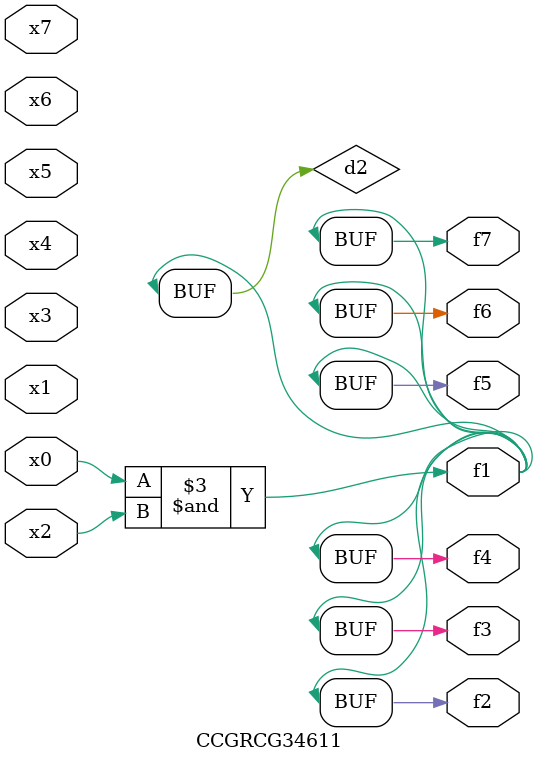
<source format=v>
module CCGRCG34611(
	input x0, x1, x2, x3, x4, x5, x6, x7,
	output f1, f2, f3, f4, f5, f6, f7
);

	wire d1, d2;

	nor (d1, x3, x6);
	and (d2, x0, x2);
	assign f1 = d2;
	assign f2 = d2;
	assign f3 = d2;
	assign f4 = d2;
	assign f5 = d2;
	assign f6 = d2;
	assign f7 = d2;
endmodule

</source>
